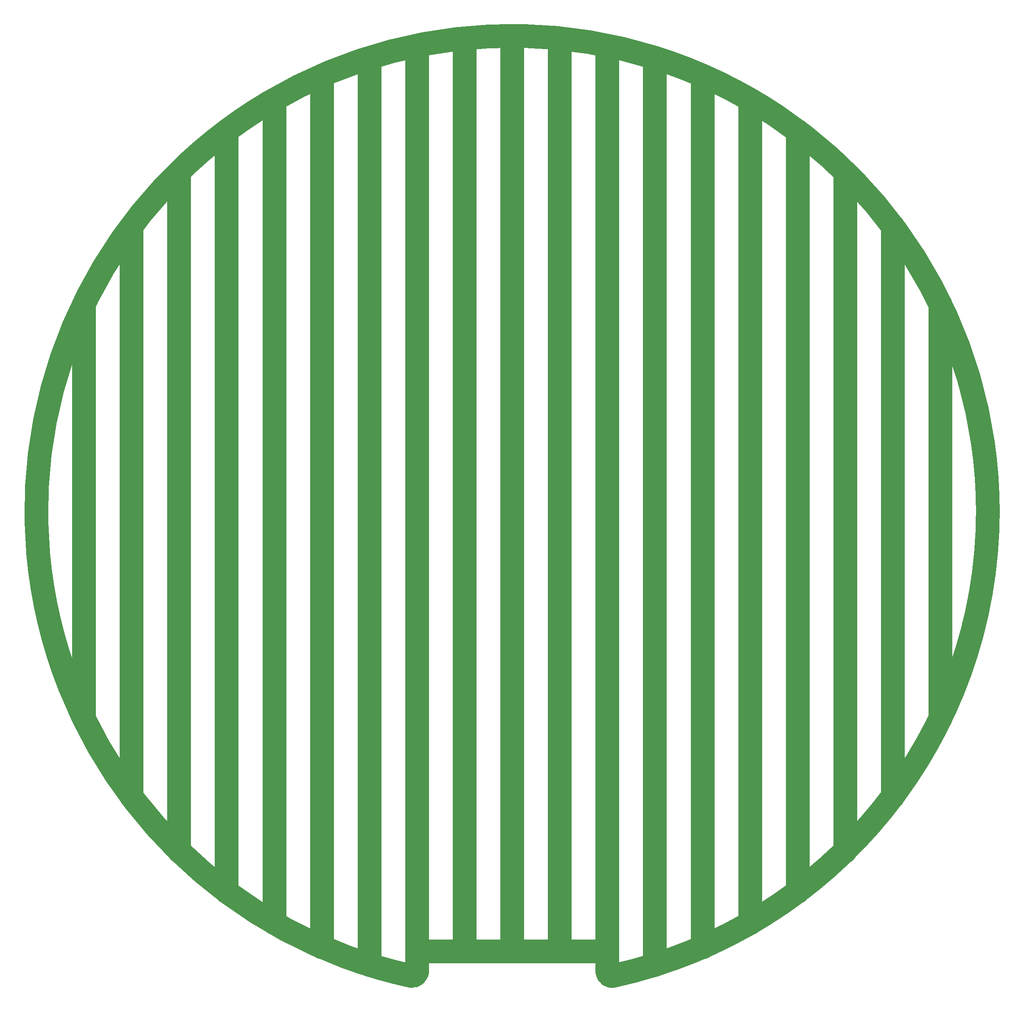
<source format=gtl>
G04*
G04 #@! TF.GenerationSoftware,Altium Limited,Altium Designer,19.0.15 (446)*
G04*
G04 Layer_Physical_Order=1*
G04 Layer_Color=255*
%FSLAX25Y25*%
%MOIN*%
G70*
G01*
G75*
%ADD10C,0.19685*%
D10*
X477238Y115D02*
G03*
X787427Y384856I-83512J384741D01*
G01*
X472466Y3962D02*
G03*
X477238Y115I3937J0D01*
G01*
X787427Y384856D02*
G03*
X310213Y115I-393701J0D01*
G01*
X310213Y115D02*
G03*
X314985Y3962I835J3847D01*
G01*
X708662Y148603D02*
Y621109D01*
X669292Y103673D02*
Y666039D01*
X787402Y380460D02*
Y389252D01*
X748032Y213195D02*
Y556517D01*
X590552Y43887D02*
Y725825D01*
X551181Y24013D02*
Y745700D01*
X629922Y69877D02*
Y699835D01*
X511811Y9282D02*
Y760430D01*
X472466Y3962D02*
Y20683D01*
X433071D02*
Y776586D01*
X393701Y20683D02*
Y778557D01*
X472441Y20683D02*
Y770608D01*
X236221Y24034D02*
Y745678D01*
X196851Y43916D02*
Y725797D01*
X314985Y20683D02*
X472466D01*
X157480Y69914D02*
Y699798D01*
X118110Y103722D02*
Y665990D01*
X78740Y148669D02*
Y621043D01*
X39370Y213298D02*
Y556415D01*
X354331Y20683D02*
Y776581D01*
X314985Y3962D02*
Y20683D01*
X314961Y3523D02*
Y770598D01*
X275591Y9297D02*
Y760415D01*
M02*

</source>
